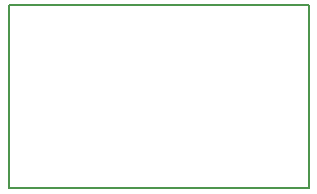
<source format=gbr>
G04 Layer_Color=33789*
%FSLAX44Y44*%
%MOMM*%
G71*
G01*
G75*
%ADD22C,0.2000*%
D22*
X-12700Y-13700D02*
X241300D01*
X-12700D02*
Y141050D01*
X241300Y-13700D02*
Y141050D01*
X-12700D02*
X241300D01*
M02*

</source>
